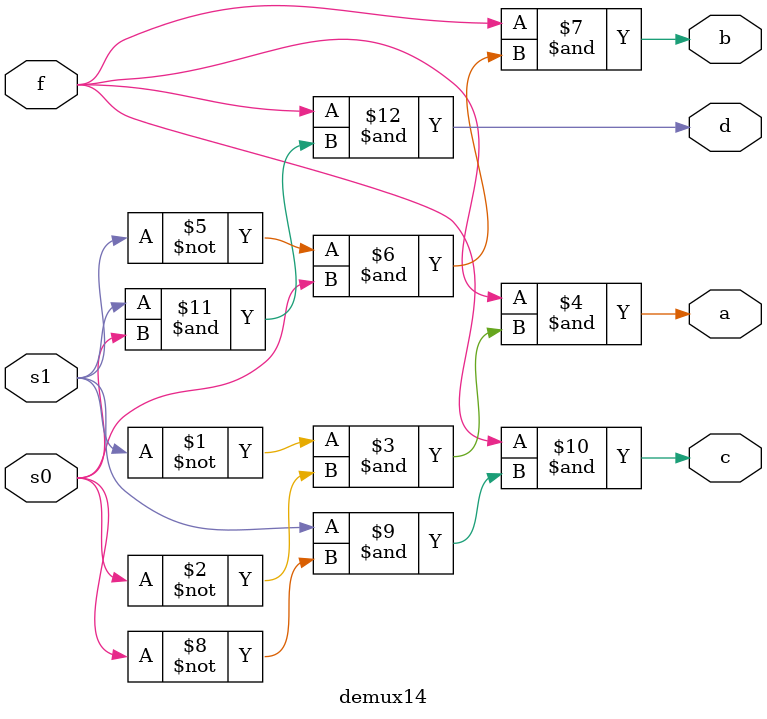
<source format=v>
`timescale 1ns / 1ps
module ah_decoder(
    input in1, in2,
    output out1, out2, out3, out4
    );
    assign out1 = ~in1&~in2;
    assign out2 = ~in1&in2;
    assign out3 = in1&~in2;
    assign out4 = in1&in2;
endmodule
module al_decoder(
    input in1, in2,
    output out1, out2, out3, out4
    );
    assign out1 = ~(~in1&~in2);
    assign out2 = ~(~in1&in2);
    assign out3 = ~(in1&~in2);
    assign out4 = ~(in1&in2);
endmodule
module encoder (
    input a, b, c, d,
    output e0, e1
    );
    assign e0 = a|b;
    assign e1 = a|c;
endmodule
module bcd2dec(
    input a3, a2, a1, a0,
    output o0, o1, o2, o3, o4, o5, o6, o7, o8, o9
    );
    assign o0 = ~a3&~a2&~a1&~a0;
    assign o1 = ~a3&~a2&~a1&a0;
    assign o2 = ~a3&~a2&a1&~a0;
    assign o3 = ~a3&~a2&a1&a0;
    assign o4 = ~a3&a2&~a1&~a0;
    assign o5 = ~a3&a2&~a1&a0;
    assign o6 = ~a3&a2&a1&~a0;
    assign o7 = ~a3&a2&a1&a0;
    assign o8 = a3&~a2&~a1&~a0;
    assign o9 = a3&~a2&~a1&a0;
endmodule
module mux41(
    input a, b, c, d, s1, s0,
    output q
    );
    assign q = (a&~s0&~s1)|(b&s0&~s1)|(c&~s0&s1)|(d&s0&s1);
endmodule
module demux14(
    input s1, s0, f,
    output a, b, c, d
    );
    assign a = f&(~s1&~s0);
    assign b = f&(~s1&s0);
    assign c = f&(s1&~s0);
    assign d = f&(s1&s0);
endmodule
</source>
